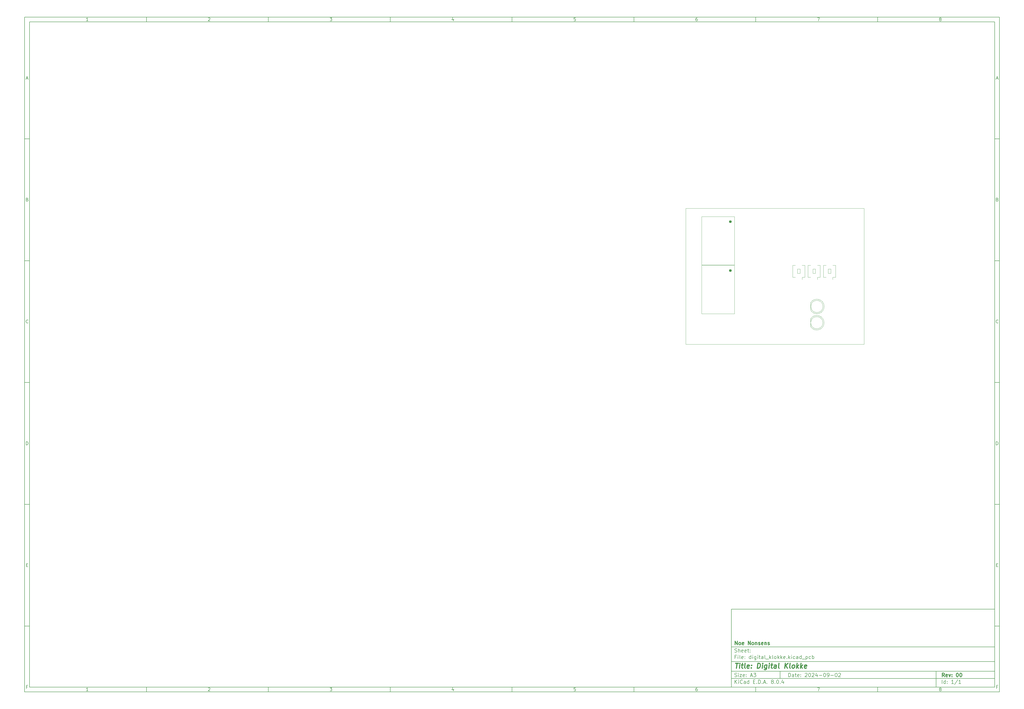
<source format=gbr>
%TF.GenerationSoftware,KiCad,Pcbnew,8.0.4*%
%TF.CreationDate,2024-09-02T20:22:52+02:00*%
%TF.ProjectId,digital_klokke,64696769-7461-46c5-9f6b-6c6f6b6b652e,00*%
%TF.SameCoordinates,PX10c44c20PY899d7e0*%
%TF.FileFunction,Legend,Bot*%
%TF.FilePolarity,Positive*%
%FSLAX46Y46*%
G04 Gerber Fmt 4.6, Leading zero omitted, Abs format (unit mm)*
G04 Created by KiCad (PCBNEW 8.0.4) date 2024-09-02 20:22:52*
%MOMM*%
%LPD*%
G01*
G04 APERTURE LIST*
%ADD10C,0.100000*%
%ADD11C,0.150000*%
%ADD12C,0.300000*%
%ADD13C,0.400000*%
%ADD14C,0.120000*%
%ADD15C,1.000000*%
%TA.AperFunction,Profile*%
%ADD16C,0.050000*%
%TD*%
G04 APERTURE END LIST*
D10*
D11*
X18689000Y-108702200D02*
X126689000Y-108702200D01*
X126689000Y-140702200D01*
X18689000Y-140702200D01*
X18689000Y-108702200D01*
D10*
D11*
X-271300000Y134300000D02*
X128689000Y134300000D01*
X128689000Y-142702200D01*
X-271300000Y-142702200D01*
X-271300000Y134300000D01*
D10*
D11*
X-269300000Y132300000D02*
X126689000Y132300000D01*
X126689000Y-140702200D01*
X-269300000Y-140702200D01*
X-269300000Y132300000D01*
D10*
D11*
X-221300000Y132300000D02*
X-221300000Y134300000D01*
D10*
D11*
X-171300000Y132300000D02*
X-171300000Y134300000D01*
D10*
D11*
X-121300000Y132300000D02*
X-121300000Y134300000D01*
D10*
D11*
X-71300000Y132300000D02*
X-71300000Y134300000D01*
D10*
D11*
X-21300000Y132300000D02*
X-21300000Y134300000D01*
D10*
D11*
X28700000Y132300000D02*
X28700000Y134300000D01*
D10*
D11*
X78700000Y132300000D02*
X78700000Y134300000D01*
D10*
D11*
X-245210840Y132706396D02*
X-245953697Y132706396D01*
X-245582269Y132706396D02*
X-245582269Y134006396D01*
X-245582269Y134006396D02*
X-245706078Y133820681D01*
X-245706078Y133820681D02*
X-245829888Y133696872D01*
X-245829888Y133696872D02*
X-245953697Y133634967D01*
D10*
D11*
X-195953697Y133882586D02*
X-195891793Y133944491D01*
X-195891793Y133944491D02*
X-195767983Y134006396D01*
X-195767983Y134006396D02*
X-195458459Y134006396D01*
X-195458459Y134006396D02*
X-195334650Y133944491D01*
X-195334650Y133944491D02*
X-195272745Y133882586D01*
X-195272745Y133882586D02*
X-195210840Y133758777D01*
X-195210840Y133758777D02*
X-195210840Y133634967D01*
X-195210840Y133634967D02*
X-195272745Y133449253D01*
X-195272745Y133449253D02*
X-196015602Y132706396D01*
X-196015602Y132706396D02*
X-195210840Y132706396D01*
D10*
D11*
X-146015602Y134006396D02*
X-145210840Y134006396D01*
X-145210840Y134006396D02*
X-145644174Y133511158D01*
X-145644174Y133511158D02*
X-145458459Y133511158D01*
X-145458459Y133511158D02*
X-145334650Y133449253D01*
X-145334650Y133449253D02*
X-145272745Y133387348D01*
X-145272745Y133387348D02*
X-145210840Y133263539D01*
X-145210840Y133263539D02*
X-145210840Y132954015D01*
X-145210840Y132954015D02*
X-145272745Y132830205D01*
X-145272745Y132830205D02*
X-145334650Y132768300D01*
X-145334650Y132768300D02*
X-145458459Y132706396D01*
X-145458459Y132706396D02*
X-145829888Y132706396D01*
X-145829888Y132706396D02*
X-145953697Y132768300D01*
X-145953697Y132768300D02*
X-146015602Y132830205D01*
D10*
D11*
X-95334650Y133573062D02*
X-95334650Y132706396D01*
X-95644174Y134068300D02*
X-95953697Y133139729D01*
X-95953697Y133139729D02*
X-95148936Y133139729D01*
D10*
D11*
X-45272745Y134006396D02*
X-45891793Y134006396D01*
X-45891793Y134006396D02*
X-45953697Y133387348D01*
X-45953697Y133387348D02*
X-45891793Y133449253D01*
X-45891793Y133449253D02*
X-45767983Y133511158D01*
X-45767983Y133511158D02*
X-45458459Y133511158D01*
X-45458459Y133511158D02*
X-45334650Y133449253D01*
X-45334650Y133449253D02*
X-45272745Y133387348D01*
X-45272745Y133387348D02*
X-45210840Y133263539D01*
X-45210840Y133263539D02*
X-45210840Y132954015D01*
X-45210840Y132954015D02*
X-45272745Y132830205D01*
X-45272745Y132830205D02*
X-45334650Y132768300D01*
X-45334650Y132768300D02*
X-45458459Y132706396D01*
X-45458459Y132706396D02*
X-45767983Y132706396D01*
X-45767983Y132706396D02*
X-45891793Y132768300D01*
X-45891793Y132768300D02*
X-45953697Y132830205D01*
D10*
D11*
X4665350Y134006396D02*
X4417731Y134006396D01*
X4417731Y134006396D02*
X4293922Y133944491D01*
X4293922Y133944491D02*
X4232017Y133882586D01*
X4232017Y133882586D02*
X4108207Y133696872D01*
X4108207Y133696872D02*
X4046303Y133449253D01*
X4046303Y133449253D02*
X4046303Y132954015D01*
X4046303Y132954015D02*
X4108207Y132830205D01*
X4108207Y132830205D02*
X4170112Y132768300D01*
X4170112Y132768300D02*
X4293922Y132706396D01*
X4293922Y132706396D02*
X4541541Y132706396D01*
X4541541Y132706396D02*
X4665350Y132768300D01*
X4665350Y132768300D02*
X4727255Y132830205D01*
X4727255Y132830205D02*
X4789160Y132954015D01*
X4789160Y132954015D02*
X4789160Y133263539D01*
X4789160Y133263539D02*
X4727255Y133387348D01*
X4727255Y133387348D02*
X4665350Y133449253D01*
X4665350Y133449253D02*
X4541541Y133511158D01*
X4541541Y133511158D02*
X4293922Y133511158D01*
X4293922Y133511158D02*
X4170112Y133449253D01*
X4170112Y133449253D02*
X4108207Y133387348D01*
X4108207Y133387348D02*
X4046303Y133263539D01*
D10*
D11*
X53984398Y134006396D02*
X54851064Y134006396D01*
X54851064Y134006396D02*
X54293922Y132706396D01*
D10*
D11*
X104293922Y133449253D02*
X104170112Y133511158D01*
X104170112Y133511158D02*
X104108207Y133573062D01*
X104108207Y133573062D02*
X104046303Y133696872D01*
X104046303Y133696872D02*
X104046303Y133758777D01*
X104046303Y133758777D02*
X104108207Y133882586D01*
X104108207Y133882586D02*
X104170112Y133944491D01*
X104170112Y133944491D02*
X104293922Y134006396D01*
X104293922Y134006396D02*
X104541541Y134006396D01*
X104541541Y134006396D02*
X104665350Y133944491D01*
X104665350Y133944491D02*
X104727255Y133882586D01*
X104727255Y133882586D02*
X104789160Y133758777D01*
X104789160Y133758777D02*
X104789160Y133696872D01*
X104789160Y133696872D02*
X104727255Y133573062D01*
X104727255Y133573062D02*
X104665350Y133511158D01*
X104665350Y133511158D02*
X104541541Y133449253D01*
X104541541Y133449253D02*
X104293922Y133449253D01*
X104293922Y133449253D02*
X104170112Y133387348D01*
X104170112Y133387348D02*
X104108207Y133325443D01*
X104108207Y133325443D02*
X104046303Y133201634D01*
X104046303Y133201634D02*
X104046303Y132954015D01*
X104046303Y132954015D02*
X104108207Y132830205D01*
X104108207Y132830205D02*
X104170112Y132768300D01*
X104170112Y132768300D02*
X104293922Y132706396D01*
X104293922Y132706396D02*
X104541541Y132706396D01*
X104541541Y132706396D02*
X104665350Y132768300D01*
X104665350Y132768300D02*
X104727255Y132830205D01*
X104727255Y132830205D02*
X104789160Y132954015D01*
X104789160Y132954015D02*
X104789160Y133201634D01*
X104789160Y133201634D02*
X104727255Y133325443D01*
X104727255Y133325443D02*
X104665350Y133387348D01*
X104665350Y133387348D02*
X104541541Y133449253D01*
D10*
D11*
X-221300000Y-140702200D02*
X-221300000Y-142702200D01*
D10*
D11*
X-171300000Y-140702200D02*
X-171300000Y-142702200D01*
D10*
D11*
X-121300000Y-140702200D02*
X-121300000Y-142702200D01*
D10*
D11*
X-71300000Y-140702200D02*
X-71300000Y-142702200D01*
D10*
D11*
X-21300000Y-140702200D02*
X-21300000Y-142702200D01*
D10*
D11*
X28700000Y-140702200D02*
X28700000Y-142702200D01*
D10*
D11*
X78700000Y-140702200D02*
X78700000Y-142702200D01*
D10*
D11*
X-245210840Y-142295804D02*
X-245953697Y-142295804D01*
X-245582269Y-142295804D02*
X-245582269Y-140995804D01*
X-245582269Y-140995804D02*
X-245706078Y-141181519D01*
X-245706078Y-141181519D02*
X-245829888Y-141305328D01*
X-245829888Y-141305328D02*
X-245953697Y-141367233D01*
D10*
D11*
X-195953697Y-141119614D02*
X-195891793Y-141057709D01*
X-195891793Y-141057709D02*
X-195767983Y-140995804D01*
X-195767983Y-140995804D02*
X-195458459Y-140995804D01*
X-195458459Y-140995804D02*
X-195334650Y-141057709D01*
X-195334650Y-141057709D02*
X-195272745Y-141119614D01*
X-195272745Y-141119614D02*
X-195210840Y-141243423D01*
X-195210840Y-141243423D02*
X-195210840Y-141367233D01*
X-195210840Y-141367233D02*
X-195272745Y-141552947D01*
X-195272745Y-141552947D02*
X-196015602Y-142295804D01*
X-196015602Y-142295804D02*
X-195210840Y-142295804D01*
D10*
D11*
X-146015602Y-140995804D02*
X-145210840Y-140995804D01*
X-145210840Y-140995804D02*
X-145644174Y-141491042D01*
X-145644174Y-141491042D02*
X-145458459Y-141491042D01*
X-145458459Y-141491042D02*
X-145334650Y-141552947D01*
X-145334650Y-141552947D02*
X-145272745Y-141614852D01*
X-145272745Y-141614852D02*
X-145210840Y-141738661D01*
X-145210840Y-141738661D02*
X-145210840Y-142048185D01*
X-145210840Y-142048185D02*
X-145272745Y-142171995D01*
X-145272745Y-142171995D02*
X-145334650Y-142233900D01*
X-145334650Y-142233900D02*
X-145458459Y-142295804D01*
X-145458459Y-142295804D02*
X-145829888Y-142295804D01*
X-145829888Y-142295804D02*
X-145953697Y-142233900D01*
X-145953697Y-142233900D02*
X-146015602Y-142171995D01*
D10*
D11*
X-95334650Y-141429138D02*
X-95334650Y-142295804D01*
X-95644174Y-140933900D02*
X-95953697Y-141862471D01*
X-95953697Y-141862471D02*
X-95148936Y-141862471D01*
D10*
D11*
X-45272745Y-140995804D02*
X-45891793Y-140995804D01*
X-45891793Y-140995804D02*
X-45953697Y-141614852D01*
X-45953697Y-141614852D02*
X-45891793Y-141552947D01*
X-45891793Y-141552947D02*
X-45767983Y-141491042D01*
X-45767983Y-141491042D02*
X-45458459Y-141491042D01*
X-45458459Y-141491042D02*
X-45334650Y-141552947D01*
X-45334650Y-141552947D02*
X-45272745Y-141614852D01*
X-45272745Y-141614852D02*
X-45210840Y-141738661D01*
X-45210840Y-141738661D02*
X-45210840Y-142048185D01*
X-45210840Y-142048185D02*
X-45272745Y-142171995D01*
X-45272745Y-142171995D02*
X-45334650Y-142233900D01*
X-45334650Y-142233900D02*
X-45458459Y-142295804D01*
X-45458459Y-142295804D02*
X-45767983Y-142295804D01*
X-45767983Y-142295804D02*
X-45891793Y-142233900D01*
X-45891793Y-142233900D02*
X-45953697Y-142171995D01*
D10*
D11*
X4665350Y-140995804D02*
X4417731Y-140995804D01*
X4417731Y-140995804D02*
X4293922Y-141057709D01*
X4293922Y-141057709D02*
X4232017Y-141119614D01*
X4232017Y-141119614D02*
X4108207Y-141305328D01*
X4108207Y-141305328D02*
X4046303Y-141552947D01*
X4046303Y-141552947D02*
X4046303Y-142048185D01*
X4046303Y-142048185D02*
X4108207Y-142171995D01*
X4108207Y-142171995D02*
X4170112Y-142233900D01*
X4170112Y-142233900D02*
X4293922Y-142295804D01*
X4293922Y-142295804D02*
X4541541Y-142295804D01*
X4541541Y-142295804D02*
X4665350Y-142233900D01*
X4665350Y-142233900D02*
X4727255Y-142171995D01*
X4727255Y-142171995D02*
X4789160Y-142048185D01*
X4789160Y-142048185D02*
X4789160Y-141738661D01*
X4789160Y-141738661D02*
X4727255Y-141614852D01*
X4727255Y-141614852D02*
X4665350Y-141552947D01*
X4665350Y-141552947D02*
X4541541Y-141491042D01*
X4541541Y-141491042D02*
X4293922Y-141491042D01*
X4293922Y-141491042D02*
X4170112Y-141552947D01*
X4170112Y-141552947D02*
X4108207Y-141614852D01*
X4108207Y-141614852D02*
X4046303Y-141738661D01*
D10*
D11*
X53984398Y-140995804D02*
X54851064Y-140995804D01*
X54851064Y-140995804D02*
X54293922Y-142295804D01*
D10*
D11*
X104293922Y-141552947D02*
X104170112Y-141491042D01*
X104170112Y-141491042D02*
X104108207Y-141429138D01*
X104108207Y-141429138D02*
X104046303Y-141305328D01*
X104046303Y-141305328D02*
X104046303Y-141243423D01*
X104046303Y-141243423D02*
X104108207Y-141119614D01*
X104108207Y-141119614D02*
X104170112Y-141057709D01*
X104170112Y-141057709D02*
X104293922Y-140995804D01*
X104293922Y-140995804D02*
X104541541Y-140995804D01*
X104541541Y-140995804D02*
X104665350Y-141057709D01*
X104665350Y-141057709D02*
X104727255Y-141119614D01*
X104727255Y-141119614D02*
X104789160Y-141243423D01*
X104789160Y-141243423D02*
X104789160Y-141305328D01*
X104789160Y-141305328D02*
X104727255Y-141429138D01*
X104727255Y-141429138D02*
X104665350Y-141491042D01*
X104665350Y-141491042D02*
X104541541Y-141552947D01*
X104541541Y-141552947D02*
X104293922Y-141552947D01*
X104293922Y-141552947D02*
X104170112Y-141614852D01*
X104170112Y-141614852D02*
X104108207Y-141676757D01*
X104108207Y-141676757D02*
X104046303Y-141800566D01*
X104046303Y-141800566D02*
X104046303Y-142048185D01*
X104046303Y-142048185D02*
X104108207Y-142171995D01*
X104108207Y-142171995D02*
X104170112Y-142233900D01*
X104170112Y-142233900D02*
X104293922Y-142295804D01*
X104293922Y-142295804D02*
X104541541Y-142295804D01*
X104541541Y-142295804D02*
X104665350Y-142233900D01*
X104665350Y-142233900D02*
X104727255Y-142171995D01*
X104727255Y-142171995D02*
X104789160Y-142048185D01*
X104789160Y-142048185D02*
X104789160Y-141800566D01*
X104789160Y-141800566D02*
X104727255Y-141676757D01*
X104727255Y-141676757D02*
X104665350Y-141614852D01*
X104665350Y-141614852D02*
X104541541Y-141552947D01*
D10*
D11*
X-271300000Y84300000D02*
X-269300000Y84300000D01*
D10*
D11*
X-271300000Y34300000D02*
X-269300000Y34300000D01*
D10*
D11*
X-271300000Y-15700000D02*
X-269300000Y-15700000D01*
D10*
D11*
X-271300000Y-65700000D02*
X-269300000Y-65700000D01*
D10*
D11*
X-271300000Y-115700000D02*
X-269300000Y-115700000D01*
D10*
D11*
X-270609524Y109077824D02*
X-269990477Y109077824D01*
X-270733334Y108706396D02*
X-270300001Y110006396D01*
X-270300001Y110006396D02*
X-269866667Y108706396D01*
D10*
D11*
X-270207143Y59387348D02*
X-270021429Y59325443D01*
X-270021429Y59325443D02*
X-269959524Y59263539D01*
X-269959524Y59263539D02*
X-269897620Y59139729D01*
X-269897620Y59139729D02*
X-269897620Y58954015D01*
X-269897620Y58954015D02*
X-269959524Y58830205D01*
X-269959524Y58830205D02*
X-270021429Y58768300D01*
X-270021429Y58768300D02*
X-270145239Y58706396D01*
X-270145239Y58706396D02*
X-270640477Y58706396D01*
X-270640477Y58706396D02*
X-270640477Y60006396D01*
X-270640477Y60006396D02*
X-270207143Y60006396D01*
X-270207143Y60006396D02*
X-270083334Y59944491D01*
X-270083334Y59944491D02*
X-270021429Y59882586D01*
X-270021429Y59882586D02*
X-269959524Y59758777D01*
X-269959524Y59758777D02*
X-269959524Y59634967D01*
X-269959524Y59634967D02*
X-270021429Y59511158D01*
X-270021429Y59511158D02*
X-270083334Y59449253D01*
X-270083334Y59449253D02*
X-270207143Y59387348D01*
X-270207143Y59387348D02*
X-270640477Y59387348D01*
D10*
D11*
X-269897620Y8830205D02*
X-269959524Y8768300D01*
X-269959524Y8768300D02*
X-270145239Y8706396D01*
X-270145239Y8706396D02*
X-270269048Y8706396D01*
X-270269048Y8706396D02*
X-270454762Y8768300D01*
X-270454762Y8768300D02*
X-270578572Y8892110D01*
X-270578572Y8892110D02*
X-270640477Y9015920D01*
X-270640477Y9015920D02*
X-270702381Y9263539D01*
X-270702381Y9263539D02*
X-270702381Y9449253D01*
X-270702381Y9449253D02*
X-270640477Y9696872D01*
X-270640477Y9696872D02*
X-270578572Y9820681D01*
X-270578572Y9820681D02*
X-270454762Y9944491D01*
X-270454762Y9944491D02*
X-270269048Y10006396D01*
X-270269048Y10006396D02*
X-270145239Y10006396D01*
X-270145239Y10006396D02*
X-269959524Y9944491D01*
X-269959524Y9944491D02*
X-269897620Y9882586D01*
D10*
D11*
X-270640477Y-41293604D02*
X-270640477Y-39993604D01*
X-270640477Y-39993604D02*
X-270330953Y-39993604D01*
X-270330953Y-39993604D02*
X-270145239Y-40055509D01*
X-270145239Y-40055509D02*
X-270021429Y-40179319D01*
X-270021429Y-40179319D02*
X-269959524Y-40303128D01*
X-269959524Y-40303128D02*
X-269897620Y-40550747D01*
X-269897620Y-40550747D02*
X-269897620Y-40736461D01*
X-269897620Y-40736461D02*
X-269959524Y-40984080D01*
X-269959524Y-40984080D02*
X-270021429Y-41107890D01*
X-270021429Y-41107890D02*
X-270145239Y-41231700D01*
X-270145239Y-41231700D02*
X-270330953Y-41293604D01*
X-270330953Y-41293604D02*
X-270640477Y-41293604D01*
D10*
D11*
X-270578572Y-90612652D02*
X-270145238Y-90612652D01*
X-269959524Y-91293604D02*
X-270578572Y-91293604D01*
X-270578572Y-91293604D02*
X-270578572Y-89993604D01*
X-270578572Y-89993604D02*
X-269959524Y-89993604D01*
D10*
D11*
X-270114286Y-140612652D02*
X-270547620Y-140612652D01*
X-270547620Y-141293604D02*
X-270547620Y-139993604D01*
X-270547620Y-139993604D02*
X-269928572Y-139993604D01*
D10*
D11*
X128689000Y84300000D02*
X126689000Y84300000D01*
D10*
D11*
X128689000Y34300000D02*
X126689000Y34300000D01*
D10*
D11*
X128689000Y-15700000D02*
X126689000Y-15700000D01*
D10*
D11*
X128689000Y-65700000D02*
X126689000Y-65700000D01*
D10*
D11*
X128689000Y-115700000D02*
X126689000Y-115700000D01*
D10*
D11*
X127379476Y109077824D02*
X127998523Y109077824D01*
X127255666Y108706396D02*
X127688999Y110006396D01*
X127688999Y110006396D02*
X128122333Y108706396D01*
D10*
D11*
X127781857Y59387348D02*
X127967571Y59325443D01*
X127967571Y59325443D02*
X128029476Y59263539D01*
X128029476Y59263539D02*
X128091380Y59139729D01*
X128091380Y59139729D02*
X128091380Y58954015D01*
X128091380Y58954015D02*
X128029476Y58830205D01*
X128029476Y58830205D02*
X127967571Y58768300D01*
X127967571Y58768300D02*
X127843761Y58706396D01*
X127843761Y58706396D02*
X127348523Y58706396D01*
X127348523Y58706396D02*
X127348523Y60006396D01*
X127348523Y60006396D02*
X127781857Y60006396D01*
X127781857Y60006396D02*
X127905666Y59944491D01*
X127905666Y59944491D02*
X127967571Y59882586D01*
X127967571Y59882586D02*
X128029476Y59758777D01*
X128029476Y59758777D02*
X128029476Y59634967D01*
X128029476Y59634967D02*
X127967571Y59511158D01*
X127967571Y59511158D02*
X127905666Y59449253D01*
X127905666Y59449253D02*
X127781857Y59387348D01*
X127781857Y59387348D02*
X127348523Y59387348D01*
D10*
D11*
X128091380Y8830205D02*
X128029476Y8768300D01*
X128029476Y8768300D02*
X127843761Y8706396D01*
X127843761Y8706396D02*
X127719952Y8706396D01*
X127719952Y8706396D02*
X127534238Y8768300D01*
X127534238Y8768300D02*
X127410428Y8892110D01*
X127410428Y8892110D02*
X127348523Y9015920D01*
X127348523Y9015920D02*
X127286619Y9263539D01*
X127286619Y9263539D02*
X127286619Y9449253D01*
X127286619Y9449253D02*
X127348523Y9696872D01*
X127348523Y9696872D02*
X127410428Y9820681D01*
X127410428Y9820681D02*
X127534238Y9944491D01*
X127534238Y9944491D02*
X127719952Y10006396D01*
X127719952Y10006396D02*
X127843761Y10006396D01*
X127843761Y10006396D02*
X128029476Y9944491D01*
X128029476Y9944491D02*
X128091380Y9882586D01*
D10*
D11*
X127348523Y-41293604D02*
X127348523Y-39993604D01*
X127348523Y-39993604D02*
X127658047Y-39993604D01*
X127658047Y-39993604D02*
X127843761Y-40055509D01*
X127843761Y-40055509D02*
X127967571Y-40179319D01*
X127967571Y-40179319D02*
X128029476Y-40303128D01*
X128029476Y-40303128D02*
X128091380Y-40550747D01*
X128091380Y-40550747D02*
X128091380Y-40736461D01*
X128091380Y-40736461D02*
X128029476Y-40984080D01*
X128029476Y-40984080D02*
X127967571Y-41107890D01*
X127967571Y-41107890D02*
X127843761Y-41231700D01*
X127843761Y-41231700D02*
X127658047Y-41293604D01*
X127658047Y-41293604D02*
X127348523Y-41293604D01*
D10*
D11*
X127410428Y-90612652D02*
X127843762Y-90612652D01*
X128029476Y-91293604D02*
X127410428Y-91293604D01*
X127410428Y-91293604D02*
X127410428Y-89993604D01*
X127410428Y-89993604D02*
X128029476Y-89993604D01*
D10*
D11*
X127874714Y-140612652D02*
X127441380Y-140612652D01*
X127441380Y-141293604D02*
X127441380Y-139993604D01*
X127441380Y-139993604D02*
X128060428Y-139993604D01*
D10*
D11*
X42144826Y-136488328D02*
X42144826Y-134988328D01*
X42144826Y-134988328D02*
X42501969Y-134988328D01*
X42501969Y-134988328D02*
X42716255Y-135059757D01*
X42716255Y-135059757D02*
X42859112Y-135202614D01*
X42859112Y-135202614D02*
X42930541Y-135345471D01*
X42930541Y-135345471D02*
X43001969Y-135631185D01*
X43001969Y-135631185D02*
X43001969Y-135845471D01*
X43001969Y-135845471D02*
X42930541Y-136131185D01*
X42930541Y-136131185D02*
X42859112Y-136274042D01*
X42859112Y-136274042D02*
X42716255Y-136416900D01*
X42716255Y-136416900D02*
X42501969Y-136488328D01*
X42501969Y-136488328D02*
X42144826Y-136488328D01*
X44287684Y-136488328D02*
X44287684Y-135702614D01*
X44287684Y-135702614D02*
X44216255Y-135559757D01*
X44216255Y-135559757D02*
X44073398Y-135488328D01*
X44073398Y-135488328D02*
X43787684Y-135488328D01*
X43787684Y-135488328D02*
X43644826Y-135559757D01*
X44287684Y-136416900D02*
X44144826Y-136488328D01*
X44144826Y-136488328D02*
X43787684Y-136488328D01*
X43787684Y-136488328D02*
X43644826Y-136416900D01*
X43644826Y-136416900D02*
X43573398Y-136274042D01*
X43573398Y-136274042D02*
X43573398Y-136131185D01*
X43573398Y-136131185D02*
X43644826Y-135988328D01*
X43644826Y-135988328D02*
X43787684Y-135916900D01*
X43787684Y-135916900D02*
X44144826Y-135916900D01*
X44144826Y-135916900D02*
X44287684Y-135845471D01*
X44787684Y-135488328D02*
X45359112Y-135488328D01*
X45001969Y-134988328D02*
X45001969Y-136274042D01*
X45001969Y-136274042D02*
X45073398Y-136416900D01*
X45073398Y-136416900D02*
X45216255Y-136488328D01*
X45216255Y-136488328D02*
X45359112Y-136488328D01*
X46430541Y-136416900D02*
X46287684Y-136488328D01*
X46287684Y-136488328D02*
X46001970Y-136488328D01*
X46001970Y-136488328D02*
X45859112Y-136416900D01*
X45859112Y-136416900D02*
X45787684Y-136274042D01*
X45787684Y-136274042D02*
X45787684Y-135702614D01*
X45787684Y-135702614D02*
X45859112Y-135559757D01*
X45859112Y-135559757D02*
X46001970Y-135488328D01*
X46001970Y-135488328D02*
X46287684Y-135488328D01*
X46287684Y-135488328D02*
X46430541Y-135559757D01*
X46430541Y-135559757D02*
X46501970Y-135702614D01*
X46501970Y-135702614D02*
X46501970Y-135845471D01*
X46501970Y-135845471D02*
X45787684Y-135988328D01*
X47144826Y-136345471D02*
X47216255Y-136416900D01*
X47216255Y-136416900D02*
X47144826Y-136488328D01*
X47144826Y-136488328D02*
X47073398Y-136416900D01*
X47073398Y-136416900D02*
X47144826Y-136345471D01*
X47144826Y-136345471D02*
X47144826Y-136488328D01*
X47144826Y-135559757D02*
X47216255Y-135631185D01*
X47216255Y-135631185D02*
X47144826Y-135702614D01*
X47144826Y-135702614D02*
X47073398Y-135631185D01*
X47073398Y-135631185D02*
X47144826Y-135559757D01*
X47144826Y-135559757D02*
X47144826Y-135702614D01*
X48930541Y-135131185D02*
X49001969Y-135059757D01*
X49001969Y-135059757D02*
X49144827Y-134988328D01*
X49144827Y-134988328D02*
X49501969Y-134988328D01*
X49501969Y-134988328D02*
X49644827Y-135059757D01*
X49644827Y-135059757D02*
X49716255Y-135131185D01*
X49716255Y-135131185D02*
X49787684Y-135274042D01*
X49787684Y-135274042D02*
X49787684Y-135416900D01*
X49787684Y-135416900D02*
X49716255Y-135631185D01*
X49716255Y-135631185D02*
X48859112Y-136488328D01*
X48859112Y-136488328D02*
X49787684Y-136488328D01*
X50716255Y-134988328D02*
X50859112Y-134988328D01*
X50859112Y-134988328D02*
X51001969Y-135059757D01*
X51001969Y-135059757D02*
X51073398Y-135131185D01*
X51073398Y-135131185D02*
X51144826Y-135274042D01*
X51144826Y-135274042D02*
X51216255Y-135559757D01*
X51216255Y-135559757D02*
X51216255Y-135916900D01*
X51216255Y-135916900D02*
X51144826Y-136202614D01*
X51144826Y-136202614D02*
X51073398Y-136345471D01*
X51073398Y-136345471D02*
X51001969Y-136416900D01*
X51001969Y-136416900D02*
X50859112Y-136488328D01*
X50859112Y-136488328D02*
X50716255Y-136488328D01*
X50716255Y-136488328D02*
X50573398Y-136416900D01*
X50573398Y-136416900D02*
X50501969Y-136345471D01*
X50501969Y-136345471D02*
X50430540Y-136202614D01*
X50430540Y-136202614D02*
X50359112Y-135916900D01*
X50359112Y-135916900D02*
X50359112Y-135559757D01*
X50359112Y-135559757D02*
X50430540Y-135274042D01*
X50430540Y-135274042D02*
X50501969Y-135131185D01*
X50501969Y-135131185D02*
X50573398Y-135059757D01*
X50573398Y-135059757D02*
X50716255Y-134988328D01*
X51787683Y-135131185D02*
X51859111Y-135059757D01*
X51859111Y-135059757D02*
X52001969Y-134988328D01*
X52001969Y-134988328D02*
X52359111Y-134988328D01*
X52359111Y-134988328D02*
X52501969Y-135059757D01*
X52501969Y-135059757D02*
X52573397Y-135131185D01*
X52573397Y-135131185D02*
X52644826Y-135274042D01*
X52644826Y-135274042D02*
X52644826Y-135416900D01*
X52644826Y-135416900D02*
X52573397Y-135631185D01*
X52573397Y-135631185D02*
X51716254Y-136488328D01*
X51716254Y-136488328D02*
X52644826Y-136488328D01*
X53930540Y-135488328D02*
X53930540Y-136488328D01*
X53573397Y-134916900D02*
X53216254Y-135988328D01*
X53216254Y-135988328D02*
X54144825Y-135988328D01*
X54716253Y-135916900D02*
X55859111Y-135916900D01*
X56859111Y-134988328D02*
X57001968Y-134988328D01*
X57001968Y-134988328D02*
X57144825Y-135059757D01*
X57144825Y-135059757D02*
X57216254Y-135131185D01*
X57216254Y-135131185D02*
X57287682Y-135274042D01*
X57287682Y-135274042D02*
X57359111Y-135559757D01*
X57359111Y-135559757D02*
X57359111Y-135916900D01*
X57359111Y-135916900D02*
X57287682Y-136202614D01*
X57287682Y-136202614D02*
X57216254Y-136345471D01*
X57216254Y-136345471D02*
X57144825Y-136416900D01*
X57144825Y-136416900D02*
X57001968Y-136488328D01*
X57001968Y-136488328D02*
X56859111Y-136488328D01*
X56859111Y-136488328D02*
X56716254Y-136416900D01*
X56716254Y-136416900D02*
X56644825Y-136345471D01*
X56644825Y-136345471D02*
X56573396Y-136202614D01*
X56573396Y-136202614D02*
X56501968Y-135916900D01*
X56501968Y-135916900D02*
X56501968Y-135559757D01*
X56501968Y-135559757D02*
X56573396Y-135274042D01*
X56573396Y-135274042D02*
X56644825Y-135131185D01*
X56644825Y-135131185D02*
X56716254Y-135059757D01*
X56716254Y-135059757D02*
X56859111Y-134988328D01*
X58073396Y-136488328D02*
X58359110Y-136488328D01*
X58359110Y-136488328D02*
X58501967Y-136416900D01*
X58501967Y-136416900D02*
X58573396Y-136345471D01*
X58573396Y-136345471D02*
X58716253Y-136131185D01*
X58716253Y-136131185D02*
X58787682Y-135845471D01*
X58787682Y-135845471D02*
X58787682Y-135274042D01*
X58787682Y-135274042D02*
X58716253Y-135131185D01*
X58716253Y-135131185D02*
X58644825Y-135059757D01*
X58644825Y-135059757D02*
X58501967Y-134988328D01*
X58501967Y-134988328D02*
X58216253Y-134988328D01*
X58216253Y-134988328D02*
X58073396Y-135059757D01*
X58073396Y-135059757D02*
X58001967Y-135131185D01*
X58001967Y-135131185D02*
X57930539Y-135274042D01*
X57930539Y-135274042D02*
X57930539Y-135631185D01*
X57930539Y-135631185D02*
X58001967Y-135774042D01*
X58001967Y-135774042D02*
X58073396Y-135845471D01*
X58073396Y-135845471D02*
X58216253Y-135916900D01*
X58216253Y-135916900D02*
X58501967Y-135916900D01*
X58501967Y-135916900D02*
X58644825Y-135845471D01*
X58644825Y-135845471D02*
X58716253Y-135774042D01*
X58716253Y-135774042D02*
X58787682Y-135631185D01*
X59430538Y-135916900D02*
X60573396Y-135916900D01*
X61573396Y-134988328D02*
X61716253Y-134988328D01*
X61716253Y-134988328D02*
X61859110Y-135059757D01*
X61859110Y-135059757D02*
X61930539Y-135131185D01*
X61930539Y-135131185D02*
X62001967Y-135274042D01*
X62001967Y-135274042D02*
X62073396Y-135559757D01*
X62073396Y-135559757D02*
X62073396Y-135916900D01*
X62073396Y-135916900D02*
X62001967Y-136202614D01*
X62001967Y-136202614D02*
X61930539Y-136345471D01*
X61930539Y-136345471D02*
X61859110Y-136416900D01*
X61859110Y-136416900D02*
X61716253Y-136488328D01*
X61716253Y-136488328D02*
X61573396Y-136488328D01*
X61573396Y-136488328D02*
X61430539Y-136416900D01*
X61430539Y-136416900D02*
X61359110Y-136345471D01*
X61359110Y-136345471D02*
X61287681Y-136202614D01*
X61287681Y-136202614D02*
X61216253Y-135916900D01*
X61216253Y-135916900D02*
X61216253Y-135559757D01*
X61216253Y-135559757D02*
X61287681Y-135274042D01*
X61287681Y-135274042D02*
X61359110Y-135131185D01*
X61359110Y-135131185D02*
X61430539Y-135059757D01*
X61430539Y-135059757D02*
X61573396Y-134988328D01*
X62644824Y-135131185D02*
X62716252Y-135059757D01*
X62716252Y-135059757D02*
X62859110Y-134988328D01*
X62859110Y-134988328D02*
X63216252Y-134988328D01*
X63216252Y-134988328D02*
X63359110Y-135059757D01*
X63359110Y-135059757D02*
X63430538Y-135131185D01*
X63430538Y-135131185D02*
X63501967Y-135274042D01*
X63501967Y-135274042D02*
X63501967Y-135416900D01*
X63501967Y-135416900D02*
X63430538Y-135631185D01*
X63430538Y-135631185D02*
X62573395Y-136488328D01*
X62573395Y-136488328D02*
X63501967Y-136488328D01*
D10*
D11*
X18689000Y-137202200D02*
X126689000Y-137202200D01*
D10*
D11*
X20144826Y-139288328D02*
X20144826Y-137788328D01*
X21001969Y-139288328D02*
X20359112Y-138431185D01*
X21001969Y-137788328D02*
X20144826Y-138645471D01*
X21644826Y-139288328D02*
X21644826Y-138288328D01*
X21644826Y-137788328D02*
X21573398Y-137859757D01*
X21573398Y-137859757D02*
X21644826Y-137931185D01*
X21644826Y-137931185D02*
X21716255Y-137859757D01*
X21716255Y-137859757D02*
X21644826Y-137788328D01*
X21644826Y-137788328D02*
X21644826Y-137931185D01*
X23216255Y-139145471D02*
X23144827Y-139216900D01*
X23144827Y-139216900D02*
X22930541Y-139288328D01*
X22930541Y-139288328D02*
X22787684Y-139288328D01*
X22787684Y-139288328D02*
X22573398Y-139216900D01*
X22573398Y-139216900D02*
X22430541Y-139074042D01*
X22430541Y-139074042D02*
X22359112Y-138931185D01*
X22359112Y-138931185D02*
X22287684Y-138645471D01*
X22287684Y-138645471D02*
X22287684Y-138431185D01*
X22287684Y-138431185D02*
X22359112Y-138145471D01*
X22359112Y-138145471D02*
X22430541Y-138002614D01*
X22430541Y-138002614D02*
X22573398Y-137859757D01*
X22573398Y-137859757D02*
X22787684Y-137788328D01*
X22787684Y-137788328D02*
X22930541Y-137788328D01*
X22930541Y-137788328D02*
X23144827Y-137859757D01*
X23144827Y-137859757D02*
X23216255Y-137931185D01*
X24501970Y-139288328D02*
X24501970Y-138502614D01*
X24501970Y-138502614D02*
X24430541Y-138359757D01*
X24430541Y-138359757D02*
X24287684Y-138288328D01*
X24287684Y-138288328D02*
X24001970Y-138288328D01*
X24001970Y-138288328D02*
X23859112Y-138359757D01*
X24501970Y-139216900D02*
X24359112Y-139288328D01*
X24359112Y-139288328D02*
X24001970Y-139288328D01*
X24001970Y-139288328D02*
X23859112Y-139216900D01*
X23859112Y-139216900D02*
X23787684Y-139074042D01*
X23787684Y-139074042D02*
X23787684Y-138931185D01*
X23787684Y-138931185D02*
X23859112Y-138788328D01*
X23859112Y-138788328D02*
X24001970Y-138716900D01*
X24001970Y-138716900D02*
X24359112Y-138716900D01*
X24359112Y-138716900D02*
X24501970Y-138645471D01*
X25859113Y-139288328D02*
X25859113Y-137788328D01*
X25859113Y-139216900D02*
X25716255Y-139288328D01*
X25716255Y-139288328D02*
X25430541Y-139288328D01*
X25430541Y-139288328D02*
X25287684Y-139216900D01*
X25287684Y-139216900D02*
X25216255Y-139145471D01*
X25216255Y-139145471D02*
X25144827Y-139002614D01*
X25144827Y-139002614D02*
X25144827Y-138574042D01*
X25144827Y-138574042D02*
X25216255Y-138431185D01*
X25216255Y-138431185D02*
X25287684Y-138359757D01*
X25287684Y-138359757D02*
X25430541Y-138288328D01*
X25430541Y-138288328D02*
X25716255Y-138288328D01*
X25716255Y-138288328D02*
X25859113Y-138359757D01*
X27716255Y-138502614D02*
X28216255Y-138502614D01*
X28430541Y-139288328D02*
X27716255Y-139288328D01*
X27716255Y-139288328D02*
X27716255Y-137788328D01*
X27716255Y-137788328D02*
X28430541Y-137788328D01*
X29073398Y-139145471D02*
X29144827Y-139216900D01*
X29144827Y-139216900D02*
X29073398Y-139288328D01*
X29073398Y-139288328D02*
X29001970Y-139216900D01*
X29001970Y-139216900D02*
X29073398Y-139145471D01*
X29073398Y-139145471D02*
X29073398Y-139288328D01*
X29787684Y-139288328D02*
X29787684Y-137788328D01*
X29787684Y-137788328D02*
X30144827Y-137788328D01*
X30144827Y-137788328D02*
X30359113Y-137859757D01*
X30359113Y-137859757D02*
X30501970Y-138002614D01*
X30501970Y-138002614D02*
X30573399Y-138145471D01*
X30573399Y-138145471D02*
X30644827Y-138431185D01*
X30644827Y-138431185D02*
X30644827Y-138645471D01*
X30644827Y-138645471D02*
X30573399Y-138931185D01*
X30573399Y-138931185D02*
X30501970Y-139074042D01*
X30501970Y-139074042D02*
X30359113Y-139216900D01*
X30359113Y-139216900D02*
X30144827Y-139288328D01*
X30144827Y-139288328D02*
X29787684Y-139288328D01*
X31287684Y-139145471D02*
X31359113Y-139216900D01*
X31359113Y-139216900D02*
X31287684Y-139288328D01*
X31287684Y-139288328D02*
X31216256Y-139216900D01*
X31216256Y-139216900D02*
X31287684Y-139145471D01*
X31287684Y-139145471D02*
X31287684Y-139288328D01*
X31930542Y-138859757D02*
X32644828Y-138859757D01*
X31787685Y-139288328D02*
X32287685Y-137788328D01*
X32287685Y-137788328D02*
X32787685Y-139288328D01*
X33287684Y-139145471D02*
X33359113Y-139216900D01*
X33359113Y-139216900D02*
X33287684Y-139288328D01*
X33287684Y-139288328D02*
X33216256Y-139216900D01*
X33216256Y-139216900D02*
X33287684Y-139145471D01*
X33287684Y-139145471D02*
X33287684Y-139288328D01*
X35359113Y-138431185D02*
X35216256Y-138359757D01*
X35216256Y-138359757D02*
X35144827Y-138288328D01*
X35144827Y-138288328D02*
X35073399Y-138145471D01*
X35073399Y-138145471D02*
X35073399Y-138074042D01*
X35073399Y-138074042D02*
X35144827Y-137931185D01*
X35144827Y-137931185D02*
X35216256Y-137859757D01*
X35216256Y-137859757D02*
X35359113Y-137788328D01*
X35359113Y-137788328D02*
X35644827Y-137788328D01*
X35644827Y-137788328D02*
X35787685Y-137859757D01*
X35787685Y-137859757D02*
X35859113Y-137931185D01*
X35859113Y-137931185D02*
X35930542Y-138074042D01*
X35930542Y-138074042D02*
X35930542Y-138145471D01*
X35930542Y-138145471D02*
X35859113Y-138288328D01*
X35859113Y-138288328D02*
X35787685Y-138359757D01*
X35787685Y-138359757D02*
X35644827Y-138431185D01*
X35644827Y-138431185D02*
X35359113Y-138431185D01*
X35359113Y-138431185D02*
X35216256Y-138502614D01*
X35216256Y-138502614D02*
X35144827Y-138574042D01*
X35144827Y-138574042D02*
X35073399Y-138716900D01*
X35073399Y-138716900D02*
X35073399Y-139002614D01*
X35073399Y-139002614D02*
X35144827Y-139145471D01*
X35144827Y-139145471D02*
X35216256Y-139216900D01*
X35216256Y-139216900D02*
X35359113Y-139288328D01*
X35359113Y-139288328D02*
X35644827Y-139288328D01*
X35644827Y-139288328D02*
X35787685Y-139216900D01*
X35787685Y-139216900D02*
X35859113Y-139145471D01*
X35859113Y-139145471D02*
X35930542Y-139002614D01*
X35930542Y-139002614D02*
X35930542Y-138716900D01*
X35930542Y-138716900D02*
X35859113Y-138574042D01*
X35859113Y-138574042D02*
X35787685Y-138502614D01*
X35787685Y-138502614D02*
X35644827Y-138431185D01*
X36573398Y-139145471D02*
X36644827Y-139216900D01*
X36644827Y-139216900D02*
X36573398Y-139288328D01*
X36573398Y-139288328D02*
X36501970Y-139216900D01*
X36501970Y-139216900D02*
X36573398Y-139145471D01*
X36573398Y-139145471D02*
X36573398Y-139288328D01*
X37573399Y-137788328D02*
X37716256Y-137788328D01*
X37716256Y-137788328D02*
X37859113Y-137859757D01*
X37859113Y-137859757D02*
X37930542Y-137931185D01*
X37930542Y-137931185D02*
X38001970Y-138074042D01*
X38001970Y-138074042D02*
X38073399Y-138359757D01*
X38073399Y-138359757D02*
X38073399Y-138716900D01*
X38073399Y-138716900D02*
X38001970Y-139002614D01*
X38001970Y-139002614D02*
X37930542Y-139145471D01*
X37930542Y-139145471D02*
X37859113Y-139216900D01*
X37859113Y-139216900D02*
X37716256Y-139288328D01*
X37716256Y-139288328D02*
X37573399Y-139288328D01*
X37573399Y-139288328D02*
X37430542Y-139216900D01*
X37430542Y-139216900D02*
X37359113Y-139145471D01*
X37359113Y-139145471D02*
X37287684Y-139002614D01*
X37287684Y-139002614D02*
X37216256Y-138716900D01*
X37216256Y-138716900D02*
X37216256Y-138359757D01*
X37216256Y-138359757D02*
X37287684Y-138074042D01*
X37287684Y-138074042D02*
X37359113Y-137931185D01*
X37359113Y-137931185D02*
X37430542Y-137859757D01*
X37430542Y-137859757D02*
X37573399Y-137788328D01*
X38716255Y-139145471D02*
X38787684Y-139216900D01*
X38787684Y-139216900D02*
X38716255Y-139288328D01*
X38716255Y-139288328D02*
X38644827Y-139216900D01*
X38644827Y-139216900D02*
X38716255Y-139145471D01*
X38716255Y-139145471D02*
X38716255Y-139288328D01*
X40073399Y-138288328D02*
X40073399Y-139288328D01*
X39716256Y-137716900D02*
X39359113Y-138788328D01*
X39359113Y-138788328D02*
X40287684Y-138788328D01*
D10*
D11*
X18689000Y-134202200D02*
X126689000Y-134202200D01*
D10*
D12*
X106100653Y-136480528D02*
X105600653Y-135766242D01*
X105243510Y-136480528D02*
X105243510Y-134980528D01*
X105243510Y-134980528D02*
X105814939Y-134980528D01*
X105814939Y-134980528D02*
X105957796Y-135051957D01*
X105957796Y-135051957D02*
X106029225Y-135123385D01*
X106029225Y-135123385D02*
X106100653Y-135266242D01*
X106100653Y-135266242D02*
X106100653Y-135480528D01*
X106100653Y-135480528D02*
X106029225Y-135623385D01*
X106029225Y-135623385D02*
X105957796Y-135694814D01*
X105957796Y-135694814D02*
X105814939Y-135766242D01*
X105814939Y-135766242D02*
X105243510Y-135766242D01*
X107314939Y-136409100D02*
X107172082Y-136480528D01*
X107172082Y-136480528D02*
X106886368Y-136480528D01*
X106886368Y-136480528D02*
X106743510Y-136409100D01*
X106743510Y-136409100D02*
X106672082Y-136266242D01*
X106672082Y-136266242D02*
X106672082Y-135694814D01*
X106672082Y-135694814D02*
X106743510Y-135551957D01*
X106743510Y-135551957D02*
X106886368Y-135480528D01*
X106886368Y-135480528D02*
X107172082Y-135480528D01*
X107172082Y-135480528D02*
X107314939Y-135551957D01*
X107314939Y-135551957D02*
X107386368Y-135694814D01*
X107386368Y-135694814D02*
X107386368Y-135837671D01*
X107386368Y-135837671D02*
X106672082Y-135980528D01*
X107886367Y-135480528D02*
X108243510Y-136480528D01*
X108243510Y-136480528D02*
X108600653Y-135480528D01*
X109172081Y-136337671D02*
X109243510Y-136409100D01*
X109243510Y-136409100D02*
X109172081Y-136480528D01*
X109172081Y-136480528D02*
X109100653Y-136409100D01*
X109100653Y-136409100D02*
X109172081Y-136337671D01*
X109172081Y-136337671D02*
X109172081Y-136480528D01*
X109172081Y-135551957D02*
X109243510Y-135623385D01*
X109243510Y-135623385D02*
X109172081Y-135694814D01*
X109172081Y-135694814D02*
X109100653Y-135623385D01*
X109100653Y-135623385D02*
X109172081Y-135551957D01*
X109172081Y-135551957D02*
X109172081Y-135694814D01*
X111314939Y-134980528D02*
X111457796Y-134980528D01*
X111457796Y-134980528D02*
X111600653Y-135051957D01*
X111600653Y-135051957D02*
X111672082Y-135123385D01*
X111672082Y-135123385D02*
X111743510Y-135266242D01*
X111743510Y-135266242D02*
X111814939Y-135551957D01*
X111814939Y-135551957D02*
X111814939Y-135909100D01*
X111814939Y-135909100D02*
X111743510Y-136194814D01*
X111743510Y-136194814D02*
X111672082Y-136337671D01*
X111672082Y-136337671D02*
X111600653Y-136409100D01*
X111600653Y-136409100D02*
X111457796Y-136480528D01*
X111457796Y-136480528D02*
X111314939Y-136480528D01*
X111314939Y-136480528D02*
X111172082Y-136409100D01*
X111172082Y-136409100D02*
X111100653Y-136337671D01*
X111100653Y-136337671D02*
X111029224Y-136194814D01*
X111029224Y-136194814D02*
X110957796Y-135909100D01*
X110957796Y-135909100D02*
X110957796Y-135551957D01*
X110957796Y-135551957D02*
X111029224Y-135266242D01*
X111029224Y-135266242D02*
X111100653Y-135123385D01*
X111100653Y-135123385D02*
X111172082Y-135051957D01*
X111172082Y-135051957D02*
X111314939Y-134980528D01*
X112743510Y-134980528D02*
X112886367Y-134980528D01*
X112886367Y-134980528D02*
X113029224Y-135051957D01*
X113029224Y-135051957D02*
X113100653Y-135123385D01*
X113100653Y-135123385D02*
X113172081Y-135266242D01*
X113172081Y-135266242D02*
X113243510Y-135551957D01*
X113243510Y-135551957D02*
X113243510Y-135909100D01*
X113243510Y-135909100D02*
X113172081Y-136194814D01*
X113172081Y-136194814D02*
X113100653Y-136337671D01*
X113100653Y-136337671D02*
X113029224Y-136409100D01*
X113029224Y-136409100D02*
X112886367Y-136480528D01*
X112886367Y-136480528D02*
X112743510Y-136480528D01*
X112743510Y-136480528D02*
X112600653Y-136409100D01*
X112600653Y-136409100D02*
X112529224Y-136337671D01*
X112529224Y-136337671D02*
X112457795Y-136194814D01*
X112457795Y-136194814D02*
X112386367Y-135909100D01*
X112386367Y-135909100D02*
X112386367Y-135551957D01*
X112386367Y-135551957D02*
X112457795Y-135266242D01*
X112457795Y-135266242D02*
X112529224Y-135123385D01*
X112529224Y-135123385D02*
X112600653Y-135051957D01*
X112600653Y-135051957D02*
X112743510Y-134980528D01*
D10*
D11*
X20073398Y-136416900D02*
X20287684Y-136488328D01*
X20287684Y-136488328D02*
X20644826Y-136488328D01*
X20644826Y-136488328D02*
X20787684Y-136416900D01*
X20787684Y-136416900D02*
X20859112Y-136345471D01*
X20859112Y-136345471D02*
X20930541Y-136202614D01*
X20930541Y-136202614D02*
X20930541Y-136059757D01*
X20930541Y-136059757D02*
X20859112Y-135916900D01*
X20859112Y-135916900D02*
X20787684Y-135845471D01*
X20787684Y-135845471D02*
X20644826Y-135774042D01*
X20644826Y-135774042D02*
X20359112Y-135702614D01*
X20359112Y-135702614D02*
X20216255Y-135631185D01*
X20216255Y-135631185D02*
X20144826Y-135559757D01*
X20144826Y-135559757D02*
X20073398Y-135416900D01*
X20073398Y-135416900D02*
X20073398Y-135274042D01*
X20073398Y-135274042D02*
X20144826Y-135131185D01*
X20144826Y-135131185D02*
X20216255Y-135059757D01*
X20216255Y-135059757D02*
X20359112Y-134988328D01*
X20359112Y-134988328D02*
X20716255Y-134988328D01*
X20716255Y-134988328D02*
X20930541Y-135059757D01*
X21573397Y-136488328D02*
X21573397Y-135488328D01*
X21573397Y-134988328D02*
X21501969Y-135059757D01*
X21501969Y-135059757D02*
X21573397Y-135131185D01*
X21573397Y-135131185D02*
X21644826Y-135059757D01*
X21644826Y-135059757D02*
X21573397Y-134988328D01*
X21573397Y-134988328D02*
X21573397Y-135131185D01*
X22144826Y-135488328D02*
X22930541Y-135488328D01*
X22930541Y-135488328D02*
X22144826Y-136488328D01*
X22144826Y-136488328D02*
X22930541Y-136488328D01*
X24073398Y-136416900D02*
X23930541Y-136488328D01*
X23930541Y-136488328D02*
X23644827Y-136488328D01*
X23644827Y-136488328D02*
X23501969Y-136416900D01*
X23501969Y-136416900D02*
X23430541Y-136274042D01*
X23430541Y-136274042D02*
X23430541Y-135702614D01*
X23430541Y-135702614D02*
X23501969Y-135559757D01*
X23501969Y-135559757D02*
X23644827Y-135488328D01*
X23644827Y-135488328D02*
X23930541Y-135488328D01*
X23930541Y-135488328D02*
X24073398Y-135559757D01*
X24073398Y-135559757D02*
X24144827Y-135702614D01*
X24144827Y-135702614D02*
X24144827Y-135845471D01*
X24144827Y-135845471D02*
X23430541Y-135988328D01*
X24787683Y-136345471D02*
X24859112Y-136416900D01*
X24859112Y-136416900D02*
X24787683Y-136488328D01*
X24787683Y-136488328D02*
X24716255Y-136416900D01*
X24716255Y-136416900D02*
X24787683Y-136345471D01*
X24787683Y-136345471D02*
X24787683Y-136488328D01*
X24787683Y-135559757D02*
X24859112Y-135631185D01*
X24859112Y-135631185D02*
X24787683Y-135702614D01*
X24787683Y-135702614D02*
X24716255Y-135631185D01*
X24716255Y-135631185D02*
X24787683Y-135559757D01*
X24787683Y-135559757D02*
X24787683Y-135702614D01*
X26573398Y-136059757D02*
X27287684Y-136059757D01*
X26430541Y-136488328D02*
X26930541Y-134988328D01*
X26930541Y-134988328D02*
X27430541Y-136488328D01*
X27787683Y-134988328D02*
X28716255Y-134988328D01*
X28716255Y-134988328D02*
X28216255Y-135559757D01*
X28216255Y-135559757D02*
X28430540Y-135559757D01*
X28430540Y-135559757D02*
X28573398Y-135631185D01*
X28573398Y-135631185D02*
X28644826Y-135702614D01*
X28644826Y-135702614D02*
X28716255Y-135845471D01*
X28716255Y-135845471D02*
X28716255Y-136202614D01*
X28716255Y-136202614D02*
X28644826Y-136345471D01*
X28644826Y-136345471D02*
X28573398Y-136416900D01*
X28573398Y-136416900D02*
X28430540Y-136488328D01*
X28430540Y-136488328D02*
X28001969Y-136488328D01*
X28001969Y-136488328D02*
X27859112Y-136416900D01*
X27859112Y-136416900D02*
X27787683Y-136345471D01*
D10*
D11*
X105144826Y-139288328D02*
X105144826Y-137788328D01*
X106501970Y-139288328D02*
X106501970Y-137788328D01*
X106501970Y-139216900D02*
X106359112Y-139288328D01*
X106359112Y-139288328D02*
X106073398Y-139288328D01*
X106073398Y-139288328D02*
X105930541Y-139216900D01*
X105930541Y-139216900D02*
X105859112Y-139145471D01*
X105859112Y-139145471D02*
X105787684Y-139002614D01*
X105787684Y-139002614D02*
X105787684Y-138574042D01*
X105787684Y-138574042D02*
X105859112Y-138431185D01*
X105859112Y-138431185D02*
X105930541Y-138359757D01*
X105930541Y-138359757D02*
X106073398Y-138288328D01*
X106073398Y-138288328D02*
X106359112Y-138288328D01*
X106359112Y-138288328D02*
X106501970Y-138359757D01*
X107216255Y-139145471D02*
X107287684Y-139216900D01*
X107287684Y-139216900D02*
X107216255Y-139288328D01*
X107216255Y-139288328D02*
X107144827Y-139216900D01*
X107144827Y-139216900D02*
X107216255Y-139145471D01*
X107216255Y-139145471D02*
X107216255Y-139288328D01*
X107216255Y-138359757D02*
X107287684Y-138431185D01*
X107287684Y-138431185D02*
X107216255Y-138502614D01*
X107216255Y-138502614D02*
X107144827Y-138431185D01*
X107144827Y-138431185D02*
X107216255Y-138359757D01*
X107216255Y-138359757D02*
X107216255Y-138502614D01*
X109859113Y-139288328D02*
X109001970Y-139288328D01*
X109430541Y-139288328D02*
X109430541Y-137788328D01*
X109430541Y-137788328D02*
X109287684Y-138002614D01*
X109287684Y-138002614D02*
X109144827Y-138145471D01*
X109144827Y-138145471D02*
X109001970Y-138216900D01*
X111573398Y-137716900D02*
X110287684Y-139645471D01*
X112859113Y-139288328D02*
X112001970Y-139288328D01*
X112430541Y-139288328D02*
X112430541Y-137788328D01*
X112430541Y-137788328D02*
X112287684Y-138002614D01*
X112287684Y-138002614D02*
X112144827Y-138145471D01*
X112144827Y-138145471D02*
X112001970Y-138216900D01*
D10*
D11*
X18689000Y-130202200D02*
X126689000Y-130202200D01*
D10*
D13*
X20380728Y-130906638D02*
X21523585Y-130906638D01*
X20702157Y-132906638D02*
X20952157Y-130906638D01*
X21940252Y-132906638D02*
X22106919Y-131573304D01*
X22190252Y-130906638D02*
X22083109Y-131001876D01*
X22083109Y-131001876D02*
X22166443Y-131097114D01*
X22166443Y-131097114D02*
X22273586Y-131001876D01*
X22273586Y-131001876D02*
X22190252Y-130906638D01*
X22190252Y-130906638D02*
X22166443Y-131097114D01*
X22773586Y-131573304D02*
X23535490Y-131573304D01*
X23142633Y-130906638D02*
X22928348Y-132620923D01*
X22928348Y-132620923D02*
X22999776Y-132811400D01*
X22999776Y-132811400D02*
X23178348Y-132906638D01*
X23178348Y-132906638D02*
X23368824Y-132906638D01*
X24321205Y-132906638D02*
X24142633Y-132811400D01*
X24142633Y-132811400D02*
X24071205Y-132620923D01*
X24071205Y-132620923D02*
X24285490Y-130906638D01*
X25856919Y-132811400D02*
X25654538Y-132906638D01*
X25654538Y-132906638D02*
X25273585Y-132906638D01*
X25273585Y-132906638D02*
X25095014Y-132811400D01*
X25095014Y-132811400D02*
X25023585Y-132620923D01*
X25023585Y-132620923D02*
X25118824Y-131859019D01*
X25118824Y-131859019D02*
X25237871Y-131668542D01*
X25237871Y-131668542D02*
X25440252Y-131573304D01*
X25440252Y-131573304D02*
X25821204Y-131573304D01*
X25821204Y-131573304D02*
X25999776Y-131668542D01*
X25999776Y-131668542D02*
X26071204Y-131859019D01*
X26071204Y-131859019D02*
X26047395Y-132049495D01*
X26047395Y-132049495D02*
X25071204Y-132239971D01*
X26821205Y-132716161D02*
X26904538Y-132811400D01*
X26904538Y-132811400D02*
X26797395Y-132906638D01*
X26797395Y-132906638D02*
X26714062Y-132811400D01*
X26714062Y-132811400D02*
X26821205Y-132716161D01*
X26821205Y-132716161D02*
X26797395Y-132906638D01*
X26952157Y-131668542D02*
X27035490Y-131763780D01*
X27035490Y-131763780D02*
X26928348Y-131859019D01*
X26928348Y-131859019D02*
X26845014Y-131763780D01*
X26845014Y-131763780D02*
X26952157Y-131668542D01*
X26952157Y-131668542D02*
X26928348Y-131859019D01*
X29273586Y-132906638D02*
X29523586Y-130906638D01*
X29523586Y-130906638D02*
X29999777Y-130906638D01*
X29999777Y-130906638D02*
X30273586Y-131001876D01*
X30273586Y-131001876D02*
X30440253Y-131192352D01*
X30440253Y-131192352D02*
X30511681Y-131382828D01*
X30511681Y-131382828D02*
X30559301Y-131763780D01*
X30559301Y-131763780D02*
X30523586Y-132049495D01*
X30523586Y-132049495D02*
X30380729Y-132430447D01*
X30380729Y-132430447D02*
X30261681Y-132620923D01*
X30261681Y-132620923D02*
X30047396Y-132811400D01*
X30047396Y-132811400D02*
X29749777Y-132906638D01*
X29749777Y-132906638D02*
X29273586Y-132906638D01*
X31273586Y-132906638D02*
X31440253Y-131573304D01*
X31523586Y-130906638D02*
X31416443Y-131001876D01*
X31416443Y-131001876D02*
X31499777Y-131097114D01*
X31499777Y-131097114D02*
X31606920Y-131001876D01*
X31606920Y-131001876D02*
X31523586Y-130906638D01*
X31523586Y-130906638D02*
X31499777Y-131097114D01*
X33249777Y-131573304D02*
X33047396Y-133192352D01*
X33047396Y-133192352D02*
X32928348Y-133382828D01*
X32928348Y-133382828D02*
X32821205Y-133478066D01*
X32821205Y-133478066D02*
X32618824Y-133573304D01*
X32618824Y-133573304D02*
X32333110Y-133573304D01*
X32333110Y-133573304D02*
X32154539Y-133478066D01*
X33095015Y-132811400D02*
X32892634Y-132906638D01*
X32892634Y-132906638D02*
X32511682Y-132906638D01*
X32511682Y-132906638D02*
X32333110Y-132811400D01*
X32333110Y-132811400D02*
X32249777Y-132716161D01*
X32249777Y-132716161D02*
X32178348Y-132525685D01*
X32178348Y-132525685D02*
X32249777Y-131954257D01*
X32249777Y-131954257D02*
X32368824Y-131763780D01*
X32368824Y-131763780D02*
X32475967Y-131668542D01*
X32475967Y-131668542D02*
X32678348Y-131573304D01*
X32678348Y-131573304D02*
X33059301Y-131573304D01*
X33059301Y-131573304D02*
X33237872Y-131668542D01*
X34035491Y-132906638D02*
X34202158Y-131573304D01*
X34285491Y-130906638D02*
X34178348Y-131001876D01*
X34178348Y-131001876D02*
X34261682Y-131097114D01*
X34261682Y-131097114D02*
X34368825Y-131001876D01*
X34368825Y-131001876D02*
X34285491Y-130906638D01*
X34285491Y-130906638D02*
X34261682Y-131097114D01*
X34868825Y-131573304D02*
X35630729Y-131573304D01*
X35237872Y-130906638D02*
X35023587Y-132620923D01*
X35023587Y-132620923D02*
X35095015Y-132811400D01*
X35095015Y-132811400D02*
X35273587Y-132906638D01*
X35273587Y-132906638D02*
X35464063Y-132906638D01*
X36987872Y-132906638D02*
X37118824Y-131859019D01*
X37118824Y-131859019D02*
X37047396Y-131668542D01*
X37047396Y-131668542D02*
X36868824Y-131573304D01*
X36868824Y-131573304D02*
X36487872Y-131573304D01*
X36487872Y-131573304D02*
X36285491Y-131668542D01*
X36999777Y-132811400D02*
X36797396Y-132906638D01*
X36797396Y-132906638D02*
X36321205Y-132906638D01*
X36321205Y-132906638D02*
X36142634Y-132811400D01*
X36142634Y-132811400D02*
X36071205Y-132620923D01*
X36071205Y-132620923D02*
X36095015Y-132430447D01*
X36095015Y-132430447D02*
X36214063Y-132239971D01*
X36214063Y-132239971D02*
X36416444Y-132144733D01*
X36416444Y-132144733D02*
X36892634Y-132144733D01*
X36892634Y-132144733D02*
X37095015Y-132049495D01*
X38225968Y-132906638D02*
X38047396Y-132811400D01*
X38047396Y-132811400D02*
X37975968Y-132620923D01*
X37975968Y-132620923D02*
X38190253Y-130906638D01*
X40511682Y-132906638D02*
X40761682Y-130906638D01*
X41654539Y-132906638D02*
X40940254Y-131763780D01*
X41904539Y-130906638D02*
X40618825Y-132049495D01*
X42797397Y-132906638D02*
X42618825Y-132811400D01*
X42618825Y-132811400D02*
X42547397Y-132620923D01*
X42547397Y-132620923D02*
X42761682Y-130906638D01*
X43845016Y-132906638D02*
X43666444Y-132811400D01*
X43666444Y-132811400D02*
X43583111Y-132716161D01*
X43583111Y-132716161D02*
X43511682Y-132525685D01*
X43511682Y-132525685D02*
X43583111Y-131954257D01*
X43583111Y-131954257D02*
X43702158Y-131763780D01*
X43702158Y-131763780D02*
X43809301Y-131668542D01*
X43809301Y-131668542D02*
X44011682Y-131573304D01*
X44011682Y-131573304D02*
X44297396Y-131573304D01*
X44297396Y-131573304D02*
X44475968Y-131668542D01*
X44475968Y-131668542D02*
X44559301Y-131763780D01*
X44559301Y-131763780D02*
X44630730Y-131954257D01*
X44630730Y-131954257D02*
X44559301Y-132525685D01*
X44559301Y-132525685D02*
X44440254Y-132716161D01*
X44440254Y-132716161D02*
X44333111Y-132811400D01*
X44333111Y-132811400D02*
X44130730Y-132906638D01*
X44130730Y-132906638D02*
X43845016Y-132906638D01*
X45368825Y-132906638D02*
X45618825Y-130906638D01*
X45654540Y-132144733D02*
X46130730Y-132906638D01*
X46297397Y-131573304D02*
X45440254Y-132335209D01*
X46987873Y-132906638D02*
X47237873Y-130906638D01*
X47273588Y-132144733D02*
X47749778Y-132906638D01*
X47916445Y-131573304D02*
X47059302Y-132335209D01*
X49380731Y-132811400D02*
X49178350Y-132906638D01*
X49178350Y-132906638D02*
X48797397Y-132906638D01*
X48797397Y-132906638D02*
X48618826Y-132811400D01*
X48618826Y-132811400D02*
X48547397Y-132620923D01*
X48547397Y-132620923D02*
X48642636Y-131859019D01*
X48642636Y-131859019D02*
X48761683Y-131668542D01*
X48761683Y-131668542D02*
X48964064Y-131573304D01*
X48964064Y-131573304D02*
X49345016Y-131573304D01*
X49345016Y-131573304D02*
X49523588Y-131668542D01*
X49523588Y-131668542D02*
X49595016Y-131859019D01*
X49595016Y-131859019D02*
X49571207Y-132049495D01*
X49571207Y-132049495D02*
X48595016Y-132239971D01*
D10*
D11*
X20644826Y-128302614D02*
X20144826Y-128302614D01*
X20144826Y-129088328D02*
X20144826Y-127588328D01*
X20144826Y-127588328D02*
X20859112Y-127588328D01*
X21430540Y-129088328D02*
X21430540Y-128088328D01*
X21430540Y-127588328D02*
X21359112Y-127659757D01*
X21359112Y-127659757D02*
X21430540Y-127731185D01*
X21430540Y-127731185D02*
X21501969Y-127659757D01*
X21501969Y-127659757D02*
X21430540Y-127588328D01*
X21430540Y-127588328D02*
X21430540Y-127731185D01*
X22359112Y-129088328D02*
X22216255Y-129016900D01*
X22216255Y-129016900D02*
X22144826Y-128874042D01*
X22144826Y-128874042D02*
X22144826Y-127588328D01*
X23501969Y-129016900D02*
X23359112Y-129088328D01*
X23359112Y-129088328D02*
X23073398Y-129088328D01*
X23073398Y-129088328D02*
X22930540Y-129016900D01*
X22930540Y-129016900D02*
X22859112Y-128874042D01*
X22859112Y-128874042D02*
X22859112Y-128302614D01*
X22859112Y-128302614D02*
X22930540Y-128159757D01*
X22930540Y-128159757D02*
X23073398Y-128088328D01*
X23073398Y-128088328D02*
X23359112Y-128088328D01*
X23359112Y-128088328D02*
X23501969Y-128159757D01*
X23501969Y-128159757D02*
X23573398Y-128302614D01*
X23573398Y-128302614D02*
X23573398Y-128445471D01*
X23573398Y-128445471D02*
X22859112Y-128588328D01*
X24216254Y-128945471D02*
X24287683Y-129016900D01*
X24287683Y-129016900D02*
X24216254Y-129088328D01*
X24216254Y-129088328D02*
X24144826Y-129016900D01*
X24144826Y-129016900D02*
X24216254Y-128945471D01*
X24216254Y-128945471D02*
X24216254Y-129088328D01*
X24216254Y-128159757D02*
X24287683Y-128231185D01*
X24287683Y-128231185D02*
X24216254Y-128302614D01*
X24216254Y-128302614D02*
X24144826Y-128231185D01*
X24144826Y-128231185D02*
X24216254Y-128159757D01*
X24216254Y-128159757D02*
X24216254Y-128302614D01*
X26716255Y-129088328D02*
X26716255Y-127588328D01*
X26716255Y-129016900D02*
X26573397Y-129088328D01*
X26573397Y-129088328D02*
X26287683Y-129088328D01*
X26287683Y-129088328D02*
X26144826Y-129016900D01*
X26144826Y-129016900D02*
X26073397Y-128945471D01*
X26073397Y-128945471D02*
X26001969Y-128802614D01*
X26001969Y-128802614D02*
X26001969Y-128374042D01*
X26001969Y-128374042D02*
X26073397Y-128231185D01*
X26073397Y-128231185D02*
X26144826Y-128159757D01*
X26144826Y-128159757D02*
X26287683Y-128088328D01*
X26287683Y-128088328D02*
X26573397Y-128088328D01*
X26573397Y-128088328D02*
X26716255Y-128159757D01*
X27430540Y-129088328D02*
X27430540Y-128088328D01*
X27430540Y-127588328D02*
X27359112Y-127659757D01*
X27359112Y-127659757D02*
X27430540Y-127731185D01*
X27430540Y-127731185D02*
X27501969Y-127659757D01*
X27501969Y-127659757D02*
X27430540Y-127588328D01*
X27430540Y-127588328D02*
X27430540Y-127731185D01*
X28787684Y-128088328D02*
X28787684Y-129302614D01*
X28787684Y-129302614D02*
X28716255Y-129445471D01*
X28716255Y-129445471D02*
X28644826Y-129516900D01*
X28644826Y-129516900D02*
X28501969Y-129588328D01*
X28501969Y-129588328D02*
X28287684Y-129588328D01*
X28287684Y-129588328D02*
X28144826Y-129516900D01*
X28787684Y-129016900D02*
X28644826Y-129088328D01*
X28644826Y-129088328D02*
X28359112Y-129088328D01*
X28359112Y-129088328D02*
X28216255Y-129016900D01*
X28216255Y-129016900D02*
X28144826Y-128945471D01*
X28144826Y-128945471D02*
X28073398Y-128802614D01*
X28073398Y-128802614D02*
X28073398Y-128374042D01*
X28073398Y-128374042D02*
X28144826Y-128231185D01*
X28144826Y-128231185D02*
X28216255Y-128159757D01*
X28216255Y-128159757D02*
X28359112Y-128088328D01*
X28359112Y-128088328D02*
X28644826Y-128088328D01*
X28644826Y-128088328D02*
X28787684Y-128159757D01*
X29501969Y-129088328D02*
X29501969Y-128088328D01*
X29501969Y-127588328D02*
X29430541Y-127659757D01*
X29430541Y-127659757D02*
X29501969Y-127731185D01*
X29501969Y-127731185D02*
X29573398Y-127659757D01*
X29573398Y-127659757D02*
X29501969Y-127588328D01*
X29501969Y-127588328D02*
X29501969Y-127731185D01*
X30001970Y-128088328D02*
X30573398Y-128088328D01*
X30216255Y-127588328D02*
X30216255Y-128874042D01*
X30216255Y-128874042D02*
X30287684Y-129016900D01*
X30287684Y-129016900D02*
X30430541Y-129088328D01*
X30430541Y-129088328D02*
X30573398Y-129088328D01*
X31716256Y-129088328D02*
X31716256Y-128302614D01*
X31716256Y-128302614D02*
X31644827Y-128159757D01*
X31644827Y-128159757D02*
X31501970Y-128088328D01*
X31501970Y-128088328D02*
X31216256Y-128088328D01*
X31216256Y-128088328D02*
X31073398Y-128159757D01*
X31716256Y-129016900D02*
X31573398Y-129088328D01*
X31573398Y-129088328D02*
X31216256Y-129088328D01*
X31216256Y-129088328D02*
X31073398Y-129016900D01*
X31073398Y-129016900D02*
X31001970Y-128874042D01*
X31001970Y-128874042D02*
X31001970Y-128731185D01*
X31001970Y-128731185D02*
X31073398Y-128588328D01*
X31073398Y-128588328D02*
X31216256Y-128516900D01*
X31216256Y-128516900D02*
X31573398Y-128516900D01*
X31573398Y-128516900D02*
X31716256Y-128445471D01*
X32644827Y-129088328D02*
X32501970Y-129016900D01*
X32501970Y-129016900D02*
X32430541Y-128874042D01*
X32430541Y-128874042D02*
X32430541Y-127588328D01*
X32859113Y-129231185D02*
X34001970Y-129231185D01*
X34359112Y-129088328D02*
X34359112Y-127588328D01*
X34501970Y-128516900D02*
X34930541Y-129088328D01*
X34930541Y-128088328D02*
X34359112Y-128659757D01*
X35787684Y-129088328D02*
X35644827Y-129016900D01*
X35644827Y-129016900D02*
X35573398Y-128874042D01*
X35573398Y-128874042D02*
X35573398Y-127588328D01*
X36573398Y-129088328D02*
X36430541Y-129016900D01*
X36430541Y-129016900D02*
X36359112Y-128945471D01*
X36359112Y-128945471D02*
X36287684Y-128802614D01*
X36287684Y-128802614D02*
X36287684Y-128374042D01*
X36287684Y-128374042D02*
X36359112Y-128231185D01*
X36359112Y-128231185D02*
X36430541Y-128159757D01*
X36430541Y-128159757D02*
X36573398Y-128088328D01*
X36573398Y-128088328D02*
X36787684Y-128088328D01*
X36787684Y-128088328D02*
X36930541Y-128159757D01*
X36930541Y-128159757D02*
X37001970Y-128231185D01*
X37001970Y-128231185D02*
X37073398Y-128374042D01*
X37073398Y-128374042D02*
X37073398Y-128802614D01*
X37073398Y-128802614D02*
X37001970Y-128945471D01*
X37001970Y-128945471D02*
X36930541Y-129016900D01*
X36930541Y-129016900D02*
X36787684Y-129088328D01*
X36787684Y-129088328D02*
X36573398Y-129088328D01*
X37716255Y-129088328D02*
X37716255Y-127588328D01*
X37859113Y-128516900D02*
X38287684Y-129088328D01*
X38287684Y-128088328D02*
X37716255Y-128659757D01*
X38930541Y-129088328D02*
X38930541Y-127588328D01*
X39073399Y-128516900D02*
X39501970Y-129088328D01*
X39501970Y-128088328D02*
X38930541Y-128659757D01*
X40716256Y-129016900D02*
X40573399Y-129088328D01*
X40573399Y-129088328D02*
X40287685Y-129088328D01*
X40287685Y-129088328D02*
X40144827Y-129016900D01*
X40144827Y-129016900D02*
X40073399Y-128874042D01*
X40073399Y-128874042D02*
X40073399Y-128302614D01*
X40073399Y-128302614D02*
X40144827Y-128159757D01*
X40144827Y-128159757D02*
X40287685Y-128088328D01*
X40287685Y-128088328D02*
X40573399Y-128088328D01*
X40573399Y-128088328D02*
X40716256Y-128159757D01*
X40716256Y-128159757D02*
X40787685Y-128302614D01*
X40787685Y-128302614D02*
X40787685Y-128445471D01*
X40787685Y-128445471D02*
X40073399Y-128588328D01*
X41430541Y-128945471D02*
X41501970Y-129016900D01*
X41501970Y-129016900D02*
X41430541Y-129088328D01*
X41430541Y-129088328D02*
X41359113Y-129016900D01*
X41359113Y-129016900D02*
X41430541Y-128945471D01*
X41430541Y-128945471D02*
X41430541Y-129088328D01*
X42144827Y-129088328D02*
X42144827Y-127588328D01*
X42287685Y-128516900D02*
X42716256Y-129088328D01*
X42716256Y-128088328D02*
X42144827Y-128659757D01*
X43359113Y-129088328D02*
X43359113Y-128088328D01*
X43359113Y-127588328D02*
X43287685Y-127659757D01*
X43287685Y-127659757D02*
X43359113Y-127731185D01*
X43359113Y-127731185D02*
X43430542Y-127659757D01*
X43430542Y-127659757D02*
X43359113Y-127588328D01*
X43359113Y-127588328D02*
X43359113Y-127731185D01*
X44716257Y-129016900D02*
X44573399Y-129088328D01*
X44573399Y-129088328D02*
X44287685Y-129088328D01*
X44287685Y-129088328D02*
X44144828Y-129016900D01*
X44144828Y-129016900D02*
X44073399Y-128945471D01*
X44073399Y-128945471D02*
X44001971Y-128802614D01*
X44001971Y-128802614D02*
X44001971Y-128374042D01*
X44001971Y-128374042D02*
X44073399Y-128231185D01*
X44073399Y-128231185D02*
X44144828Y-128159757D01*
X44144828Y-128159757D02*
X44287685Y-128088328D01*
X44287685Y-128088328D02*
X44573399Y-128088328D01*
X44573399Y-128088328D02*
X44716257Y-128159757D01*
X46001971Y-129088328D02*
X46001971Y-128302614D01*
X46001971Y-128302614D02*
X45930542Y-128159757D01*
X45930542Y-128159757D02*
X45787685Y-128088328D01*
X45787685Y-128088328D02*
X45501971Y-128088328D01*
X45501971Y-128088328D02*
X45359113Y-128159757D01*
X46001971Y-129016900D02*
X45859113Y-129088328D01*
X45859113Y-129088328D02*
X45501971Y-129088328D01*
X45501971Y-129088328D02*
X45359113Y-129016900D01*
X45359113Y-129016900D02*
X45287685Y-128874042D01*
X45287685Y-128874042D02*
X45287685Y-128731185D01*
X45287685Y-128731185D02*
X45359113Y-128588328D01*
X45359113Y-128588328D02*
X45501971Y-128516900D01*
X45501971Y-128516900D02*
X45859113Y-128516900D01*
X45859113Y-128516900D02*
X46001971Y-128445471D01*
X47359114Y-129088328D02*
X47359114Y-127588328D01*
X47359114Y-129016900D02*
X47216256Y-129088328D01*
X47216256Y-129088328D02*
X46930542Y-129088328D01*
X46930542Y-129088328D02*
X46787685Y-129016900D01*
X46787685Y-129016900D02*
X46716256Y-128945471D01*
X46716256Y-128945471D02*
X46644828Y-128802614D01*
X46644828Y-128802614D02*
X46644828Y-128374042D01*
X46644828Y-128374042D02*
X46716256Y-128231185D01*
X46716256Y-128231185D02*
X46787685Y-128159757D01*
X46787685Y-128159757D02*
X46930542Y-128088328D01*
X46930542Y-128088328D02*
X47216256Y-128088328D01*
X47216256Y-128088328D02*
X47359114Y-128159757D01*
X47716257Y-129231185D02*
X48859114Y-129231185D01*
X49216256Y-128088328D02*
X49216256Y-129588328D01*
X49216256Y-128159757D02*
X49359114Y-128088328D01*
X49359114Y-128088328D02*
X49644828Y-128088328D01*
X49644828Y-128088328D02*
X49787685Y-128159757D01*
X49787685Y-128159757D02*
X49859114Y-128231185D01*
X49859114Y-128231185D02*
X49930542Y-128374042D01*
X49930542Y-128374042D02*
X49930542Y-128802614D01*
X49930542Y-128802614D02*
X49859114Y-128945471D01*
X49859114Y-128945471D02*
X49787685Y-129016900D01*
X49787685Y-129016900D02*
X49644828Y-129088328D01*
X49644828Y-129088328D02*
X49359114Y-129088328D01*
X49359114Y-129088328D02*
X49216256Y-129016900D01*
X51216257Y-129016900D02*
X51073399Y-129088328D01*
X51073399Y-129088328D02*
X50787685Y-129088328D01*
X50787685Y-129088328D02*
X50644828Y-129016900D01*
X50644828Y-129016900D02*
X50573399Y-128945471D01*
X50573399Y-128945471D02*
X50501971Y-128802614D01*
X50501971Y-128802614D02*
X50501971Y-128374042D01*
X50501971Y-128374042D02*
X50573399Y-128231185D01*
X50573399Y-128231185D02*
X50644828Y-128159757D01*
X50644828Y-128159757D02*
X50787685Y-128088328D01*
X50787685Y-128088328D02*
X51073399Y-128088328D01*
X51073399Y-128088328D02*
X51216257Y-128159757D01*
X51859113Y-129088328D02*
X51859113Y-127588328D01*
X51859113Y-128159757D02*
X52001971Y-128088328D01*
X52001971Y-128088328D02*
X52287685Y-128088328D01*
X52287685Y-128088328D02*
X52430542Y-128159757D01*
X52430542Y-128159757D02*
X52501971Y-128231185D01*
X52501971Y-128231185D02*
X52573399Y-128374042D01*
X52573399Y-128374042D02*
X52573399Y-128802614D01*
X52573399Y-128802614D02*
X52501971Y-128945471D01*
X52501971Y-128945471D02*
X52430542Y-129016900D01*
X52430542Y-129016900D02*
X52287685Y-129088328D01*
X52287685Y-129088328D02*
X52001971Y-129088328D01*
X52001971Y-129088328D02*
X51859113Y-129016900D01*
D10*
D11*
X18689000Y-124202200D02*
X126689000Y-124202200D01*
D10*
D11*
X20073398Y-126316900D02*
X20287684Y-126388328D01*
X20287684Y-126388328D02*
X20644826Y-126388328D01*
X20644826Y-126388328D02*
X20787684Y-126316900D01*
X20787684Y-126316900D02*
X20859112Y-126245471D01*
X20859112Y-126245471D02*
X20930541Y-126102614D01*
X20930541Y-126102614D02*
X20930541Y-125959757D01*
X20930541Y-125959757D02*
X20859112Y-125816900D01*
X20859112Y-125816900D02*
X20787684Y-125745471D01*
X20787684Y-125745471D02*
X20644826Y-125674042D01*
X20644826Y-125674042D02*
X20359112Y-125602614D01*
X20359112Y-125602614D02*
X20216255Y-125531185D01*
X20216255Y-125531185D02*
X20144826Y-125459757D01*
X20144826Y-125459757D02*
X20073398Y-125316900D01*
X20073398Y-125316900D02*
X20073398Y-125174042D01*
X20073398Y-125174042D02*
X20144826Y-125031185D01*
X20144826Y-125031185D02*
X20216255Y-124959757D01*
X20216255Y-124959757D02*
X20359112Y-124888328D01*
X20359112Y-124888328D02*
X20716255Y-124888328D01*
X20716255Y-124888328D02*
X20930541Y-124959757D01*
X21573397Y-126388328D02*
X21573397Y-124888328D01*
X22216255Y-126388328D02*
X22216255Y-125602614D01*
X22216255Y-125602614D02*
X22144826Y-125459757D01*
X22144826Y-125459757D02*
X22001969Y-125388328D01*
X22001969Y-125388328D02*
X21787683Y-125388328D01*
X21787683Y-125388328D02*
X21644826Y-125459757D01*
X21644826Y-125459757D02*
X21573397Y-125531185D01*
X23501969Y-126316900D02*
X23359112Y-126388328D01*
X23359112Y-126388328D02*
X23073398Y-126388328D01*
X23073398Y-126388328D02*
X22930540Y-126316900D01*
X22930540Y-126316900D02*
X22859112Y-126174042D01*
X22859112Y-126174042D02*
X22859112Y-125602614D01*
X22859112Y-125602614D02*
X22930540Y-125459757D01*
X22930540Y-125459757D02*
X23073398Y-125388328D01*
X23073398Y-125388328D02*
X23359112Y-125388328D01*
X23359112Y-125388328D02*
X23501969Y-125459757D01*
X23501969Y-125459757D02*
X23573398Y-125602614D01*
X23573398Y-125602614D02*
X23573398Y-125745471D01*
X23573398Y-125745471D02*
X22859112Y-125888328D01*
X24787683Y-126316900D02*
X24644826Y-126388328D01*
X24644826Y-126388328D02*
X24359112Y-126388328D01*
X24359112Y-126388328D02*
X24216254Y-126316900D01*
X24216254Y-126316900D02*
X24144826Y-126174042D01*
X24144826Y-126174042D02*
X24144826Y-125602614D01*
X24144826Y-125602614D02*
X24216254Y-125459757D01*
X24216254Y-125459757D02*
X24359112Y-125388328D01*
X24359112Y-125388328D02*
X24644826Y-125388328D01*
X24644826Y-125388328D02*
X24787683Y-125459757D01*
X24787683Y-125459757D02*
X24859112Y-125602614D01*
X24859112Y-125602614D02*
X24859112Y-125745471D01*
X24859112Y-125745471D02*
X24144826Y-125888328D01*
X25287683Y-125388328D02*
X25859111Y-125388328D01*
X25501968Y-124888328D02*
X25501968Y-126174042D01*
X25501968Y-126174042D02*
X25573397Y-126316900D01*
X25573397Y-126316900D02*
X25716254Y-126388328D01*
X25716254Y-126388328D02*
X25859111Y-126388328D01*
X26359111Y-126245471D02*
X26430540Y-126316900D01*
X26430540Y-126316900D02*
X26359111Y-126388328D01*
X26359111Y-126388328D02*
X26287683Y-126316900D01*
X26287683Y-126316900D02*
X26359111Y-126245471D01*
X26359111Y-126245471D02*
X26359111Y-126388328D01*
X26359111Y-125459757D02*
X26430540Y-125531185D01*
X26430540Y-125531185D02*
X26359111Y-125602614D01*
X26359111Y-125602614D02*
X26287683Y-125531185D01*
X26287683Y-125531185D02*
X26359111Y-125459757D01*
X26359111Y-125459757D02*
X26359111Y-125602614D01*
D10*
D12*
X20243510Y-123380528D02*
X20243510Y-121880528D01*
X20243510Y-121880528D02*
X21100653Y-123380528D01*
X21100653Y-123380528D02*
X21100653Y-121880528D01*
X22029225Y-123380528D02*
X21886368Y-123309100D01*
X21886368Y-123309100D02*
X21814939Y-123237671D01*
X21814939Y-123237671D02*
X21743511Y-123094814D01*
X21743511Y-123094814D02*
X21743511Y-122666242D01*
X21743511Y-122666242D02*
X21814939Y-122523385D01*
X21814939Y-122523385D02*
X21886368Y-122451957D01*
X21886368Y-122451957D02*
X22029225Y-122380528D01*
X22029225Y-122380528D02*
X22243511Y-122380528D01*
X22243511Y-122380528D02*
X22386368Y-122451957D01*
X22386368Y-122451957D02*
X22457797Y-122523385D01*
X22457797Y-122523385D02*
X22529225Y-122666242D01*
X22529225Y-122666242D02*
X22529225Y-123094814D01*
X22529225Y-123094814D02*
X22457797Y-123237671D01*
X22457797Y-123237671D02*
X22386368Y-123309100D01*
X22386368Y-123309100D02*
X22243511Y-123380528D01*
X22243511Y-123380528D02*
X22029225Y-123380528D01*
X23743511Y-123309100D02*
X23600654Y-123380528D01*
X23600654Y-123380528D02*
X23314940Y-123380528D01*
X23314940Y-123380528D02*
X23172082Y-123309100D01*
X23172082Y-123309100D02*
X23100654Y-123166242D01*
X23100654Y-123166242D02*
X23100654Y-122594814D01*
X23100654Y-122594814D02*
X23172082Y-122451957D01*
X23172082Y-122451957D02*
X23314940Y-122380528D01*
X23314940Y-122380528D02*
X23600654Y-122380528D01*
X23600654Y-122380528D02*
X23743511Y-122451957D01*
X23743511Y-122451957D02*
X23814940Y-122594814D01*
X23814940Y-122594814D02*
X23814940Y-122737671D01*
X23814940Y-122737671D02*
X23100654Y-122880528D01*
X25600653Y-123380528D02*
X25600653Y-121880528D01*
X25600653Y-121880528D02*
X26457796Y-123380528D01*
X26457796Y-123380528D02*
X26457796Y-121880528D01*
X27386368Y-123380528D02*
X27243511Y-123309100D01*
X27243511Y-123309100D02*
X27172082Y-123237671D01*
X27172082Y-123237671D02*
X27100654Y-123094814D01*
X27100654Y-123094814D02*
X27100654Y-122666242D01*
X27100654Y-122666242D02*
X27172082Y-122523385D01*
X27172082Y-122523385D02*
X27243511Y-122451957D01*
X27243511Y-122451957D02*
X27386368Y-122380528D01*
X27386368Y-122380528D02*
X27600654Y-122380528D01*
X27600654Y-122380528D02*
X27743511Y-122451957D01*
X27743511Y-122451957D02*
X27814940Y-122523385D01*
X27814940Y-122523385D02*
X27886368Y-122666242D01*
X27886368Y-122666242D02*
X27886368Y-123094814D01*
X27886368Y-123094814D02*
X27814940Y-123237671D01*
X27814940Y-123237671D02*
X27743511Y-123309100D01*
X27743511Y-123309100D02*
X27600654Y-123380528D01*
X27600654Y-123380528D02*
X27386368Y-123380528D01*
X28529225Y-122380528D02*
X28529225Y-123380528D01*
X28529225Y-122523385D02*
X28600654Y-122451957D01*
X28600654Y-122451957D02*
X28743511Y-122380528D01*
X28743511Y-122380528D02*
X28957797Y-122380528D01*
X28957797Y-122380528D02*
X29100654Y-122451957D01*
X29100654Y-122451957D02*
X29172083Y-122594814D01*
X29172083Y-122594814D02*
X29172083Y-123380528D01*
X29814940Y-123309100D02*
X29957797Y-123380528D01*
X29957797Y-123380528D02*
X30243511Y-123380528D01*
X30243511Y-123380528D02*
X30386368Y-123309100D01*
X30386368Y-123309100D02*
X30457797Y-123166242D01*
X30457797Y-123166242D02*
X30457797Y-123094814D01*
X30457797Y-123094814D02*
X30386368Y-122951957D01*
X30386368Y-122951957D02*
X30243511Y-122880528D01*
X30243511Y-122880528D02*
X30029226Y-122880528D01*
X30029226Y-122880528D02*
X29886368Y-122809100D01*
X29886368Y-122809100D02*
X29814940Y-122666242D01*
X29814940Y-122666242D02*
X29814940Y-122594814D01*
X29814940Y-122594814D02*
X29886368Y-122451957D01*
X29886368Y-122451957D02*
X30029226Y-122380528D01*
X30029226Y-122380528D02*
X30243511Y-122380528D01*
X30243511Y-122380528D02*
X30386368Y-122451957D01*
X31672083Y-123309100D02*
X31529226Y-123380528D01*
X31529226Y-123380528D02*
X31243512Y-123380528D01*
X31243512Y-123380528D02*
X31100654Y-123309100D01*
X31100654Y-123309100D02*
X31029226Y-123166242D01*
X31029226Y-123166242D02*
X31029226Y-122594814D01*
X31029226Y-122594814D02*
X31100654Y-122451957D01*
X31100654Y-122451957D02*
X31243512Y-122380528D01*
X31243512Y-122380528D02*
X31529226Y-122380528D01*
X31529226Y-122380528D02*
X31672083Y-122451957D01*
X31672083Y-122451957D02*
X31743512Y-122594814D01*
X31743512Y-122594814D02*
X31743512Y-122737671D01*
X31743512Y-122737671D02*
X31029226Y-122880528D01*
X32386368Y-122380528D02*
X32386368Y-123380528D01*
X32386368Y-122523385D02*
X32457797Y-122451957D01*
X32457797Y-122451957D02*
X32600654Y-122380528D01*
X32600654Y-122380528D02*
X32814940Y-122380528D01*
X32814940Y-122380528D02*
X32957797Y-122451957D01*
X32957797Y-122451957D02*
X33029226Y-122594814D01*
X33029226Y-122594814D02*
X33029226Y-123380528D01*
X33672083Y-123309100D02*
X33814940Y-123380528D01*
X33814940Y-123380528D02*
X34100654Y-123380528D01*
X34100654Y-123380528D02*
X34243511Y-123309100D01*
X34243511Y-123309100D02*
X34314940Y-123166242D01*
X34314940Y-123166242D02*
X34314940Y-123094814D01*
X34314940Y-123094814D02*
X34243511Y-122951957D01*
X34243511Y-122951957D02*
X34100654Y-122880528D01*
X34100654Y-122880528D02*
X33886369Y-122880528D01*
X33886369Y-122880528D02*
X33743511Y-122809100D01*
X33743511Y-122809100D02*
X33672083Y-122666242D01*
X33672083Y-122666242D02*
X33672083Y-122594814D01*
X33672083Y-122594814D02*
X33743511Y-122451957D01*
X33743511Y-122451957D02*
X33886369Y-122380528D01*
X33886369Y-122380528D02*
X34100654Y-122380528D01*
X34100654Y-122380528D02*
X34243511Y-122451957D01*
D10*
D11*
X38689000Y-134202200D02*
X38689000Y-137202200D01*
D10*
D11*
X102689000Y-134202200D02*
X102689000Y-140702200D01*
D14*
%TO.C,SW103*%
X47690000Y26540000D02*
X47690000Y27540000D01*
X43800000Y27540000D02*
X44910000Y27540000D01*
X47690000Y27540000D02*
X48800000Y27540000D01*
X48800000Y27540000D02*
X48800000Y32390000D01*
X43800000Y32390000D02*
X43800000Y27540000D01*
X43800000Y32390000D02*
X44930000Y32390000D01*
X47670000Y32390000D02*
X48800000Y32390000D01*
X45800000Y30920000D02*
X46850000Y30920000D01*
X46850000Y29140000D01*
X45800000Y29140000D01*
X45800000Y30920000D01*
%TO.C,SW102*%
X53990000Y26540000D02*
X53990000Y27540000D01*
X50100000Y27540000D02*
X51210000Y27540000D01*
X53990000Y27540000D02*
X55100000Y27540000D01*
X55100000Y27540000D02*
X55100000Y32390000D01*
X50100000Y32390000D02*
X50100000Y27540000D01*
X50100000Y32390000D02*
X51230000Y32390000D01*
X53970000Y32390000D02*
X55100000Y32390000D01*
X52100000Y30920000D02*
X53150000Y30920000D01*
X53150000Y29140000D01*
X52100000Y29140000D01*
X52100000Y30920000D01*
%TO.C,D202*%
X19961477Y12511477D02*
X6461477Y12511477D01*
X6461477Y32371477D01*
X19961477Y32371477D01*
X19961477Y12511477D01*
D15*
X18311477Y30241477D02*
G75*
G02*
X18211477Y30241477I-50000J0D01*
G01*
X18211477Y30241477D02*
G75*
G02*
X18311477Y30241477I50000J0D01*
G01*
%TO.C,D201*%
D14*
X19961477Y32571477D02*
X6461477Y32571477D01*
X6461477Y52431477D01*
X19961477Y52431477D01*
X19961477Y32571477D01*
D15*
X18311477Y50301477D02*
G75*
G02*
X18211477Y50301477I-50000J0D01*
G01*
X18211477Y50301477D02*
G75*
G02*
X18311477Y50301477I50000J0D01*
G01*
D14*
%TO.C,D101*%
X51210000Y17045000D02*
X51210000Y13955000D01*
X56760000Y15500462D02*
G75*
G02*
X51210000Y13955170I-2990000J-462D01*
G01*
X51210000Y17044830D02*
G75*
G02*
X56760000Y15499538I2560000J-1544830D01*
G01*
X56270000Y15500000D02*
G75*
G02*
X51270000Y15500000I-2500000J0D01*
G01*
X51270000Y15500000D02*
G75*
G02*
X56270000Y15500000I2500000J0D01*
G01*
%TO.C,D102*%
X51165000Y10375000D02*
X51165000Y7285000D01*
X56715000Y8830462D02*
G75*
G02*
X51165000Y7285170I-2990000J-462D01*
G01*
X51165000Y10374830D02*
G75*
G02*
X56715000Y8829538I2560000J-1544830D01*
G01*
X56225000Y8830000D02*
G75*
G02*
X51225000Y8830000I-2500000J0D01*
G01*
X51225000Y8830000D02*
G75*
G02*
X56225000Y8830000I2500000J0D01*
G01*
%TO.C,SW101*%
X60290000Y26540000D02*
X60290000Y27540000D01*
X56400000Y27540000D02*
X57510000Y27540000D01*
X60290000Y27540000D02*
X61400000Y27540000D01*
X61400000Y27540000D02*
X61400000Y32390000D01*
X56400000Y32390000D02*
X56400000Y27540000D01*
X56400000Y32390000D02*
X57530000Y32390000D01*
X60270000Y32390000D02*
X61400000Y32390000D01*
X58400000Y30920000D02*
X59450000Y30920000D01*
X59450000Y29140000D01*
X58400000Y29140000D01*
X58400000Y30920000D01*
%TD*%
D16*
X0Y55800000D02*
X73100000Y55800000D01*
X73100000Y0D01*
X0Y0D01*
X0Y55800000D01*
M02*

</source>
